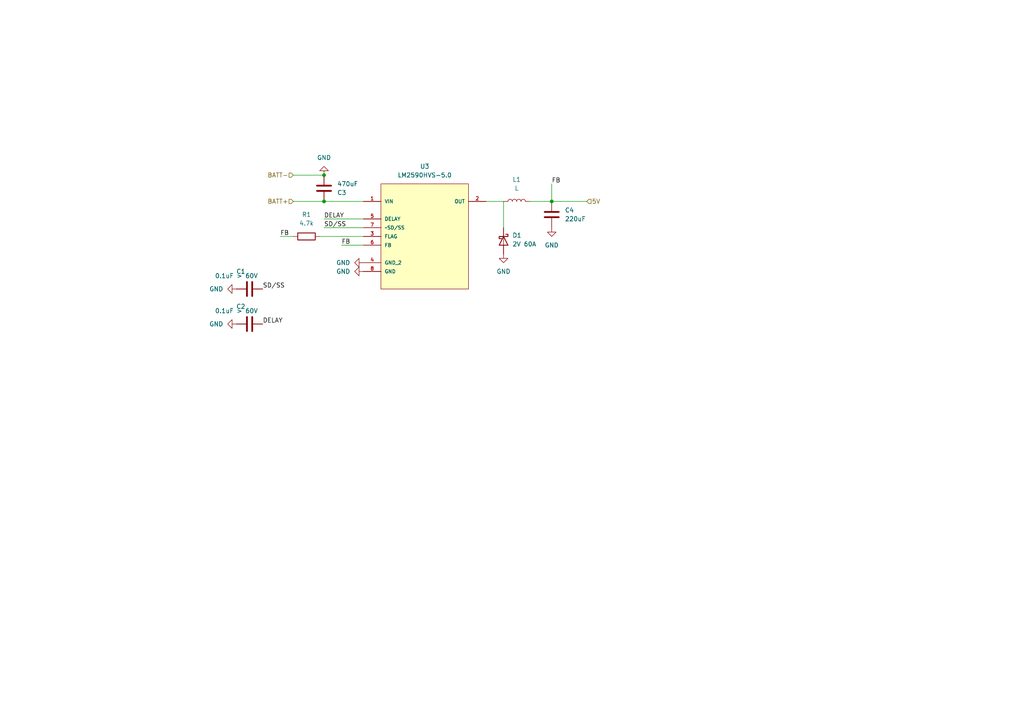
<source format=kicad_sch>
(kicad_sch (version 20211123) (generator eeschema)
  (paper "A4")
  (lib_symbols
    (symbol "Device:C" (pin_numbers hide) (pin_names (offset 0.254))
      (property "Reference" "C" (at 0.635 2.54 0))
      (property "Value" "C" (at 0.635 -2.54 0))
      (symbol "C_0_1"
        (polyline (pts (xy -2.032 -0.762) (xy 2.032 -0.762)) (stroke (width 0.508)))
        (polyline (pts (xy -2.032 0.762) (xy 2.032 0.762)) (stroke (width 0.508)))
      )
      (symbol "C_1_1"
        (pin passive line (at 0 3.81 270) (length 2.794) (name "~") (number "1"))
        (pin passive line (at 0 -3.81 90) (length 2.794) (name "~") (number "2"))
      )
    )
    (symbol "Device:D_Schottky" (pin_numbers hide) (pin_names (offset 1.016) hide)
      (property "Reference" "D" (at 0 2.54 0))
      (property "Value" "D_Schottky" (at 0 -2.54 0))
      (symbol "D_Schottky_0_1"
        (polyline (pts (xy 1.27 0) (xy -1.27 0)))
        (polyline (pts (xy 1.27 1.27) (xy 1.27 -1.27) (xy -1.27 0) (xy 1.27 1.27)) (stroke (width 0.254)))
        (polyline (pts (xy -1.905 0.635) (xy -1.905 1.27) (xy -1.27 1.27) (xy -1.27 -1.27) (xy -0.635 -1.27) (xy -0.635 -0.635)) (stroke (width 0.254)))
      )
      (symbol "D_Schottky_1_1"
        (pin passive line (at -3.81 0 0) (length 2.54) (name "K") (number "1"))
        (pin passive line (at 3.81 0 180) (length 2.54) (name "A") (number "2"))
      )
    )
    (symbol "Device:L" (pin_numbers hide) (pin_names (offset 1.016) hide)
      (property "Reference" "L" (at -1.27 0 90))
      (property "Value" "L" (at 1.905 0 90))
      (symbol "L_0_1"
        (arc (start 0 -2.54) (mid 0.635 -1.905) (end 0 -1.27))
        (arc (start 0 -1.27) (mid 0.635 -0.635) (end 0 0))
        (arc (start 0 0) (mid 0.635 0.635) (end 0 1.27))
        (arc (start 0 1.27) (mid 0.635 1.905) (end 0 2.54))
      )
      (symbol "L_1_1"
        (pin passive line (at 0 3.81 270) (length 1.27) (name "1") (number "1"))
        (pin passive line (at 0 -3.81 90) (length 1.27) (name "2") (number "2"))
      )
    )
    (symbol "Device:R" (pin_numbers hide) (pin_names (offset 0))
      (property "Reference" "R" (at 2.032 0 90))
      (property "Value" "R" (at 0 0 90))
      (symbol "R_0_1"
        (rectangle (start -1.016 -2.54) (end 1.016 2.54) (stroke (width 0.254)))
      )
      (symbol "R_1_1"
        (pin passive line (at 0 3.81 270) (length 1.27) (name "~") (number "1"))
        (pin passive line (at 0 -3.81 90) (length 1.27) (name "~") (number "2"))
      )
    )
    (symbol "LM2590HVS-5.0:LM2590HVS-5.0" (pin_names (offset 1.016))
      (property "Reference" "U" (at -4.2419 15.3674 0))
      (property "Value" "LM2590HVS-5.0" (at -5.9805 -22.2931 0))
      (symbol "LM2590HVS-5.0_0_0"
        (rectangle (start -12.7 -17.78) (end 12.7 12.7) (stroke (width 0.1524)) (fill (type background)))
        (pin input line (at -17.78 7.62 0) (length 5.08) (name "VIN") (number "1"))
        (pin output line (at 17.78 7.62 180) (length 5.08) (name "OUT") (number "2"))
        (pin input line (at -17.78 -2.54 0) (length 5.08) (name "FLAG") (number "3"))
        (pin passive line (at -17.78 -10.16 0) (length 5.08) (name "GND_2") (number "4"))
        (pin input line (at -17.78 2.54 0) (length 5.08) (name "DELAY") (number "5"))
        (pin input line (at -17.78 -5.08 0) (length 5.08) (name "FB") (number "6"))
        (pin input line (at -17.78 0 0) (length 5.08) (name "~SD/SS") (number "7"))
        (pin passive line (at -17.78 -12.7 0) (length 5.08) (name "GND") (number "8"))
      )
    )
    (symbol "power:GND" (power) (pin_names (offset 0))
      (property "Value" "GND" (at 0 -3.81 0))
      (symbol "GND_0_1"
        (polyline (pts (xy 0 0) (xy 0 -1.27) (xy 1.27 -1.27) (xy 0 -2.54) (xy -1.27 -1.27) (xy 0 -1.27)))
      )
      (symbol "GND_1_1"
        (pin power_in line (at 0 0 270) (length 0) hide (name "GND") (number "1"))
      )
    )
  )
  (junction (at 93.98 58.42))
  (junction (at 93.98 50.8))
  (junction (at 160.02 58.42))
  (wire (pts (xy 160.02 53.34) (xy 160.02 58.42)))
  (wire (pts (xy 99.06 71.12) (xy 105.41 71.12)))
  (wire (pts (xy 140.97 58.42) (xy 146.05 58.42)))
  (wire (pts (xy 160.02 58.42) (xy 153.67 58.42)))
  (wire (pts (xy 93.98 66.04) (xy 105.41 66.04)))
  (wire (pts (xy 93.98 58.42) (xy 105.41 58.42)))
  (wire (pts (xy 85.09 58.42) (xy 93.98 58.42)))
  (wire (pts (xy 85.09 50.8) (xy 93.98 50.8)))
  (wire (pts (xy 81.28 68.58) (xy 85.09 68.58)))
  (wire (pts (xy 92.71 68.58) (xy 105.41 68.58)))
  (wire (pts (xy 93.98 63.5) (xy 105.41 63.5)))
  (wire (pts (xy 160.02 58.42) (xy 170.18 58.42)))
  (wire (pts (xy 146.05 58.42) (xy 146.05 66.04)))
  (label "FB" (at 160.02 53.34 0))
  (label "SD{slash}SS" (at 93.98 66.04 0))
  (label "FB" (at 99.06 71.12 0))
  (label "DELAY" (at 93.98 63.5 0))
  (label "DELAY" (at 76.2 93.98 0))
  (label "FB" (at 81.28 68.58 0))
  (label "SD{slash}SS" (at 76.2 83.82 0))
  (hierarchical_label "5V" (shape input) (at 170.18 58.42 0))
  (hierarchical_label "BATT+" (shape input) (at 85.09 58.42 180))
  (hierarchical_label "BATT-" (shape input) (at 85.09 50.8 180))
  (symbol (lib_id "Device:R") (at 88.9 68.58 270) (unit 1)
    (property "Reference" "R1" (at 88.9 62.23 90))
    (property "Value" "4.7k" (at 88.9 64.77 90))
  )
  (symbol (lib_id "power:GND") (at 93.98 50.8 180) (unit 1)
    (property "Reference" "#PWR0115" (effects hide))
    (property "Value" "GND" (at 93.98 45.72 0))
  )
  (symbol (lib_id "power:GND") (at 105.41 76.2 270) (unit 1)
    (property "Reference" "#PWR0114" (effects hide))
    (property "Value" "GND" (at 101.6 76.1999 90) (effects (justify right)))
  )
  (symbol (lib_id "Device:D_Schottky") (at 146.05 69.85 270) (unit 1)
    (property "Reference" "D1" (at 148.59 68.2624 90) (effects (justify left)))
    (property "Value" "2V 60A" (at 148.59 70.8024 90) (effects (justify left)))
  )
  (symbol (lib_id "Device:C") (at 93.98 54.61 0) (mirror x) (unit 1)
    (property "Reference" "C3" (at 97.79 55.8801 0) (effects (justify left)))
    (property "Value" "470uF" (at 97.79 53.3401 0) (effects (justify left)))
  )
  (symbol (lib_id "power:GND") (at 160.02 66.04 0) (unit 1)
    (property "Reference" "#PWR0112" (effects hide))
    (property "Value" "GND" (at 160.02 71.12 0))
  )
  (symbol (lib_id "LM2590HVS-5.0:LM2590HVS-5.0") (at 123.19 66.04 0) (unit 1)
    (property "Reference" "U3" (at 123.19 48.26 0))
    (property "Value" "LM2590HVS-5.0" (at 123.19 50.8 0))
    (property "Footprint" "TO127P1435X457-7N" (effects hide))
    (property "OC_NEWARK" "41K3772" (effects hide))
    (property "MPN" "LM2590HVS-3.3" (effects hide))
    (property "SUPPLIER" "National Semiconductor" (effects hide))
    (property "OC_FARNELL" "-" (effects hide))
    (property "PACKAGE" "TO-263-7" (effects hide))
  )
  (symbol (lib_id "Device:C") (at 72.39 93.98 270) (unit 1)
    (property "Reference" "C2" (at 69.85 88.9 90))
    (property "Value" "0.1uF > 60V" (at 68.58 90.17 90))
  )
  (symbol (lib_id "power:GND") (at 68.58 83.82 270) (unit 1)
    (property "Reference" "#PWR0110" (effects hide))
    (property "Value" "GND" (at 64.77 83.8199 90) (effects (justify right)))
  )
  (symbol (lib_id "Device:L") (at 149.86 58.42 90) (unit 1)
    (property "Reference" "L1" (at 149.86 52.07 90))
    (property "Value" "L" (at 149.86 54.61 90))
  )
  (symbol (lib_id "power:GND") (at 68.58 93.98 270) (unit 1)
    (property "Reference" "#PWR0109" (effects hide))
    (property "Value" "GND" (at 64.77 93.9799 90) (effects (justify right)))
  )
  (symbol (lib_id "power:GND") (at 146.05 73.66 0) (unit 1)
    (property "Reference" "#PWR0111" (effects hide))
    (property "Value" "GND" (at 146.05 78.74 0))
  )
  (symbol (lib_id "power:GND") (at 105.41 78.74 270) (unit 1)
    (property "Reference" "#PWR0113" (effects hide))
    (property "Value" "GND" (at 101.6 78.7399 90) (effects (justify right)))
  )
  (symbol (lib_id "Device:C") (at 72.39 83.82 270) (unit 1)
    (property "Reference" "C1" (at 69.85 78.74 90))
    (property "Value" "0.1uF > 60V" (at 68.58 80.01 90))
  )
  (symbol (lib_id "Device:C") (at 160.02 62.23 0) (unit 1)
    (property "Reference" "C4" (at 163.83 60.9599 0) (effects (justify left)))
    (property "Value" "220uF" (at 163.83 63.4999 0) (effects (justify left)))
  )
)
</source>
